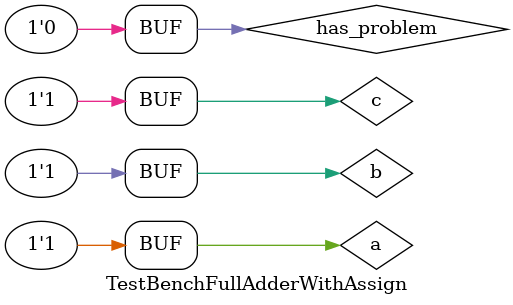
<source format=v>
module TestBenchFullAdderWithAssign(
);
    reg a,b,c;
    reg has_problem=0;
    initial begin
    
        a=0;
        b=0;
        c=0;
        #10
        if (fu.Sum!==0 || fu.Carry_out !==0)begin
            has_problem=1;
            $display("have problem on calc a=0 b=0 c=0");
            end
       
        a=1;
        b=0;
        c=0;
        #10
        if (fu.Sum !==1 || fu.Carry_out !==0)begin
            has_problem=1;
            $display("have problem on calc a=1 b=0 c=0");
            end
       
        a=0;
        b=1;
        c=0;
        #10
        if (fu.Sum !==1 || fu.Carry_out !==0)begin
            has_problem=1;
            $display("have problem on calc a=0 b=1 c=0");
            end
            
        a=1;
        b=1;
        c=0;
        #10
        if (fu.Sum !==0 || fu.Carry_out !==1)begin
            has_problem=1;
            $display("have problem on calc a=1 b=1 c=0");
            end
        
        a=0;
        b=0;
        c=1;
        #10
        if (fu.Sum!==1 || fu.Carry_out !==0)begin
            has_problem=1;
            $display("have problem on calc a=0 b=0 c=1");
            end
       
        a=1;
        b=0;
        c=1;
        #10
        if (fu.Sum !==0 || fu.Carry_out !==1)begin
            has_problem=1;
            $display("have problem on calc a=1 b=0 c=1");
            end
       
        a=0;
        b=1;
        c=1;
        #10
        if (fu.Sum !==0 || fu.Carry_out !==1)begin
            has_problem=1;
            $display("have problem on calc a=0 b=1 c=1");
            end
            
        a=1;
        b=1;
        c=1;
        #10
        if (fu.Sum !==1 || fu.Carry_out !==1)begin
            has_problem=1;
            $display("have problem on calc a=1 b=1 c=1");
            end    
        if (has_problem === 0)
            $display("everything is ok");  
            
    end
    
    FullAdderWithAssign fu(.A(a),.B(b),.Carry_in(c),.Sum(),.Carry_out());
endmodule    
</source>
